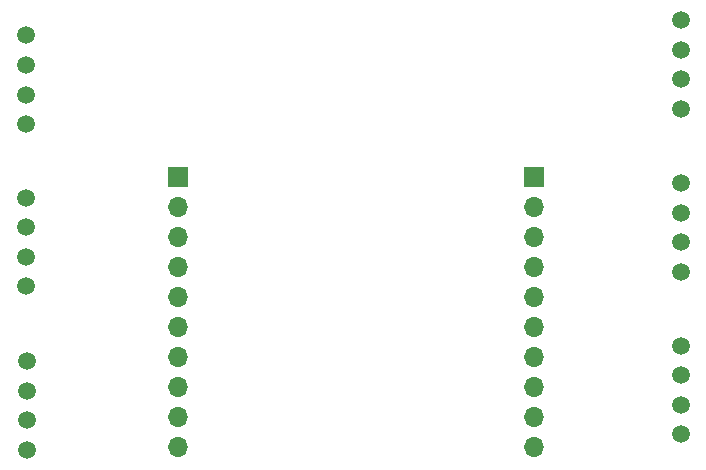
<source format=gbr>
%TF.GenerationSoftware,KiCad,Pcbnew,7.0.2*%
%TF.CreationDate,2024-03-22T11:27:14+01:00*%
%TF.ProjectId,Support_TTGO_invers_,53757070-6f72-4745-9f54-54474f5f696e,rev?*%
%TF.SameCoordinates,Original*%
%TF.FileFunction,Soldermask,Top*%
%TF.FilePolarity,Negative*%
%FSLAX46Y46*%
G04 Gerber Fmt 4.6, Leading zero omitted, Abs format (unit mm)*
G04 Created by KiCad (PCBNEW 7.0.2) date 2024-03-22 11:27:14*
%MOMM*%
%LPD*%
G01*
G04 APERTURE LIST*
%ADD10R,1.700000X1.700000*%
%ADD11O,1.700000X1.700000*%
%ADD12C,1.500000*%
G04 APERTURE END LIST*
D10*
%TO.C,J2*%
X156610000Y-83570000D03*
D11*
X156610000Y-86110000D03*
X156610000Y-88650000D03*
X156610000Y-91190000D03*
X156610000Y-93730000D03*
X156610000Y-96270000D03*
X156610000Y-98810000D03*
X156610000Y-101350000D03*
X156610000Y-103890000D03*
X156610000Y-106430000D03*
%TD*%
D12*
%TO.C,J3*%
X113680000Y-106670000D03*
X113680000Y-104170000D03*
X113680000Y-101670000D03*
X113680000Y-99170000D03*
%TD*%
D10*
%TO.C,J1*%
X126410000Y-83570000D03*
D11*
X126410000Y-86110000D03*
X126410000Y-88650000D03*
X126410000Y-91190000D03*
X126410000Y-93730000D03*
X126410000Y-96270000D03*
X126410000Y-98810000D03*
X126410000Y-101350000D03*
X126410000Y-103890000D03*
X126410000Y-106430000D03*
%TD*%
D12*
%TO.C,J8*%
X113550000Y-79080000D03*
X113550000Y-76580000D03*
X113550000Y-74080000D03*
X113550000Y-71580000D03*
%TD*%
%TO.C,J7*%
X169030000Y-70270000D03*
X169030000Y-72770000D03*
X169030000Y-75270000D03*
X169030000Y-77770000D03*
%TD*%
%TO.C,J4*%
X113600000Y-92830000D03*
X113600000Y-90330000D03*
X113600000Y-87830000D03*
X113600000Y-85330000D03*
%TD*%
%TO.C,J6*%
X169030000Y-84070000D03*
X169030000Y-86570000D03*
X169030000Y-89070000D03*
X169030000Y-91570000D03*
%TD*%
%TO.C,J5*%
X169010000Y-97830000D03*
X169010000Y-100330000D03*
X169010000Y-102830000D03*
X169010000Y-105330000D03*
%TD*%
M02*

</source>
